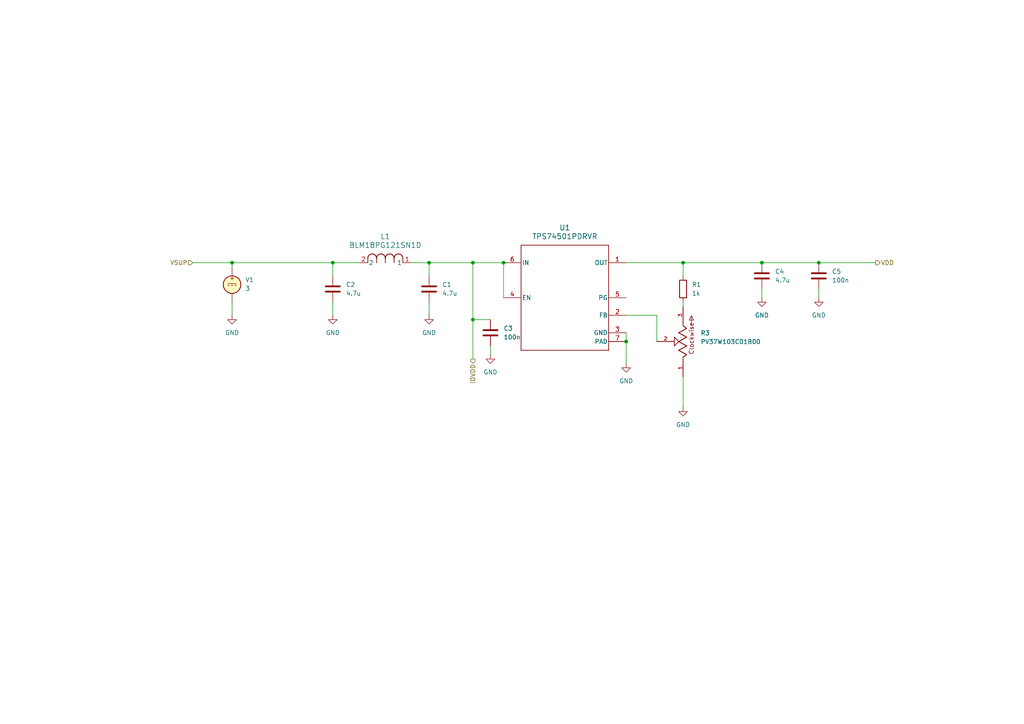
<source format=kicad_sch>
(kicad_sch (version 20231120) (generator "eeschema") (generator_version "8.0")
  (paper "A4")
  (lib_symbols
    (symbol "2024-09-16_06-39-17:BLM18PG121SN1D" (pin_names (offset 0.254))
      (property "Reference" "L" (at 6.985 5.08 0))
      (property "Value" "BLM18PG121SN1D" (at 6.985 -2.54 0))
      (symbol "BLM18PG121SN1D_1_1"
        (polyline (pts (xy 2.54 0) (xy 2.54 1.27)) (stroke (width 0.2032)))
        (polyline (pts (xy 5.08 0) (xy 5.08 1.27)) (stroke (width 0.2032)))
        (polyline (pts (xy 7.62 0) (xy 7.62 1.27)) (stroke (width 0.2032)))
        (polyline (pts (xy 10.16 0) (xy 10.16 1.27)) (stroke (width 0.2032)))
        (polyline (pts (xy 12.7 0) (xy 12.7 1.27)) (stroke (width 0.2032)))
        (arc (start 5.08 1.27) (mid 3.81 2.5344) (end 2.54 1.27) (stroke (width 0.254)))
        (arc (start 7.62 1.27) (mid 6.35 2.5344) (end 5.08 1.27) (stroke (width 0.254)))
        (arc (start 10.16 1.27) (mid 8.89 2.5344) (end 7.62 1.27) (stroke (width 0.254)))
        (arc (start 12.7 1.27) (mid 11.43 2.5344) (end 10.16 1.27) (stroke (width 0.254)))
        (pin unspecified line (at 15.24 0 180) (length 2.54) (name "1") (number "1"))
        (pin unspecified line (at 0 0 0) (length 2.54) (name "2") (number "2"))
      )
      (symbol "BLM18PG121SN1D_1_2"
        (arc (start -1.27 5.08) (mid -2.5344 3.81) (end -1.27 2.54) (stroke (width 0.254)))
        (arc (start -1.27 7.62) (mid -2.5344 6.35) (end -1.27 5.08) (stroke (width 0.254)))
        (arc (start -1.27 10.16) (mid -2.5344 8.89) (end -1.27 7.62) (stroke (width 0.254)))
        (arc (start -1.27 12.7) (mid -2.5344 11.43) (end -1.27 10.16) (stroke (width 0.254)))
        (polyline (pts (xy 0 2.54) (xy -1.27 2.54)) (stroke (width 0.2032)))
        (polyline (pts (xy 0 5.08) (xy -1.27 5.08)) (stroke (width 0.2032)))
        (polyline (pts (xy 0 7.62) (xy -1.27 7.62)) (stroke (width 0.2032)))
        (polyline (pts (xy 0 10.16) (xy -1.27 10.16)) (stroke (width 0.2032)))
        (polyline (pts (xy 0 12.7) (xy -1.27 12.7)) (stroke (width 0.2032)))
        (pin unspecified line (at 0 15.24 270) (length 2.54) (name "1") (number "1"))
        (pin unspecified line (at 0 0 90) (length 2.54) (name "2") (number "2"))
      )
    )
    (symbol "Device:C" (pin_numbers hide) (pin_names (offset 0.254))
      (property "Reference" "C" (at 0.635 2.54 0))
      (property "Value" "C" (at 0.635 -2.54 0))
      (symbol "C_0_1"
        (polyline (pts (xy -2.032 -0.762) (xy 2.032 -0.762)) (stroke (width 0.508)))
        (polyline (pts (xy -2.032 0.762) (xy 2.032 0.762)) (stroke (width 0.508)))
      )
      (symbol "C_1_1"
        (pin passive line (at 0 3.81 270) (length 2.794) (name "~") (number "1"))
        (pin passive line (at 0 -3.81 90) (length 2.794) (name "~") (number "2"))
      )
    )
    (symbol "Device:R" (pin_numbers hide) (pin_names (offset 0))
      (property "Reference" "R" (at 2.032 0 90))
      (property "Value" "R" (at 0 0 90))
      (symbol "R_0_1"
        (rectangle (start -1.016 -2.54) (end 1.016 2.54) (stroke (width 0.254)))
      )
      (symbol "R_1_1"
        (pin passive line (at 0 3.81 270) (length 1.27) (name "~") (number "1"))
        (pin passive line (at 0 -3.81 90) (length 1.27) (name "~") (number "2"))
      )
    )
    (symbol "Simulation_SPICE:VDC" (pin_numbers hide) (pin_names (offset 0.0254))
      (property "Reference" "V" (at 2.54 2.54 0))
      (property "Value" "1" (at 2.54 0 0))
      (symbol "VDC_0_0"
        (polyline (pts (xy -1.27 0.254) (xy 1.27 0.254)))
        (polyline (pts (xy -0.762 -0.254) (xy -1.27 -0.254)))
        (polyline (pts (xy 0.254 -0.254) (xy -0.254 -0.254)))
        (polyline (pts (xy 1.27 -0.254) (xy 0.762 -0.254)))
        (text "+" (at 0 1.905 0) (effects (font (size 1.27 1.27))))
      )
      (symbol "VDC_0_1"
        (circle (center 0 0) (radius 2.54) (stroke (width 0.254)) (fill (type background)))
      )
      (symbol "VDC_1_1"
        (pin passive line (at 0 5.08 270) (length 2.54) (name "~") (number "1"))
        (pin passive line (at 0 -5.08 90) (length 2.54) (name "~") (number "2"))
      )
    )
    (symbol "TPS745_LDO:TPS74501PDRVR" (pin_names (offset 0.254))
      (property "Reference" "U" (at 0 2.54 0))
      (property "Value" "TPS74501PDRVR" (at 0 0 0))
      (symbol "TPS74501PDRVR_0_1"
        (polyline (pts (xy -12.7 -15.24) (xy 12.7 -15.24)) (stroke (width 0.2032)))
        (polyline (pts (xy -12.7 15.24) (xy -12.7 -15.24)) (stroke (width 0.2032)))
        (polyline (pts (xy 12.7 -15.24) (xy 12.7 15.24)) (stroke (width 0.2032)))
        (polyline (pts (xy 12.7 15.24) (xy -12.7 15.24)) (stroke (width 0.2032)))
        (pin power_in line (at 17.78 10.16 180) (length 5.08) (name "OUT") (number "1"))
        (pin input line (at 17.78 -5.08 180) (length 5.08) (name "FB") (number "2"))
        (pin power_in line (at 17.78 -10.16 180) (length 5.08) (name "GND") (number "3"))
        (pin input line (at -17.78 0 0) (length 5.08) (name "EN") (number "4"))
        (pin open_collector line (at 17.78 0 180) (length 5.08) (name "PG") (number "5"))
        (pin power_in line (at -17.78 10.16 0) (length 5.08) (name "IN") (number "6"))
        (pin power_in line (at 17.78 -12.7 180) (length 5.08) (name "PAD") (number "7"))
      )
    )
    (symbol "pot_10turn:PV37W103C01B00" (pin_names (offset 1.016))
      (property "Reference" "R" (at -10.6887 7.6348 0))
      (property "Value" "PV37W103C01B00" (at -10.6887 -5.5953 0))
      (symbol "PV37W103C01B00_0_0"
        (polyline (pts (xy -4.572 0) (xy -5.08 0)) (stroke (width 0.1524)))
        (polyline (pts (xy -3.81 -1.016) (xy -4.572 0)) (stroke (width 0.254)))
        (polyline (pts (xy -2.54 1.27) (xy -3.81 -1.016)) (stroke (width 0.254)))
        (polyline (pts (xy -1.27 -1.016) (xy -2.54 1.27)) (stroke (width 0.254)))
        (polyline (pts (xy -1.27 2.54) (xy 1.27 2.54)) (stroke (width 0.2032)))
        (polyline (pts (xy 0 1.27) (xy -1.27 -1.016)) (stroke (width 0.254)))
        (polyline (pts (xy 0 1.27) (xy -1.27 2.54)) (stroke (width 0.2032)))
        (polyline (pts (xy 1.27 -1.016) (xy 0 1.27)) (stroke (width 0.254)))
        (polyline (pts (xy 1.27 2.54) (xy 0 1.27)) (stroke (width 0.2032)))
        (polyline (pts (xy 2.54 1.27) (xy 1.27 -1.016)) (stroke (width 0.254)))
        (polyline (pts (xy 3.81 -1.016) (xy 2.54 1.27)) (stroke (width 0.254)))
        (polyline (pts (xy 4.572 0) (xy 3.81 -1.016)) (stroke (width 0.254)))
        (polyline (pts (xy 4.953 -2.413) (xy 7.493 -2.413)) (stroke (width 0.1524)))
        (polyline (pts (xy 5.08 0) (xy 4.572 0)) (stroke (width 0.1524)))
        (polyline (pts (xy 6.223 -3.048) (xy 6.223 -1.778)) (stroke (width 0.1524)))
        (polyline (pts (xy 6.223 -1.778) (xy 7.493 -2.413)) (stroke (width 0.1524)))
        (polyline (pts (xy 7.493 -2.413) (xy 6.223 -3.048)) (stroke (width 0.1524)))
        (text "Clockwise" (at -3.81 -3.175 0) (effects (font (size 1.27 1.27)) (justify left bottom)))
        (pin passive line (at -10.16 0 0) (length 5.08) (name "~") (number "1"))
        (pin passive line (at 0 7.62 270) (length 5.08) (name "~") (number "2"))
        (pin passive line (at 10.16 0 180) (length 5.08) (name "~") (number "3"))
      )
    )
    (symbol "power:GND" (power) (pin_numbers hide) (pin_names (offset 0) hide)
      (property "Value" "GND" (at 0 -3.81 0))
      (symbol "GND_0_1"
        (polyline (pts (xy 0 0) (xy 0 -1.27) (xy 1.27 -1.27) (xy 0 -2.54) (xy -1.27 -1.27) (xy 0 -1.27)))
      )
      (symbol "GND_1_1"
        (pin power_in line (at 0 0 270) (length 0) (name "~") (number "1"))
      )
    )
  )
  (junction (at 181.61 99.06))
  (junction (at 124.46 76.2))
  (junction (at 220.98 76.2))
  (junction (at 237.49 76.2))
  (junction (at 146.05 76.2))
  (junction (at 137.16 92.71))
  (junction (at 198.12 76.2))
  (junction (at 96.52 76.2))
  (junction (at 137.16 76.2))
  (junction (at 67.31 76.2))
  (wire (pts (xy 137.16 92.71) (xy 142.24 92.71)))
  (wire (pts (xy 142.24 100.33) (xy 142.24 102.87)))
  (wire (pts (xy 67.31 76.2) (xy 96.52 76.2)))
  (wire (pts (xy 198.12 76.2) (xy 198.12 80.01)))
  (wire (pts (xy 67.31 87.63) (xy 67.31 91.44)))
  (wire (pts (xy 119.38 76.2) (xy 124.46 76.2)))
  (wire (pts (xy 67.31 77.47) (xy 67.31 76.2)))
  (wire (pts (xy 146.05 76.2) (xy 146.05 86.36)))
  (wire (pts (xy 198.12 76.2) (xy 220.98 76.2)))
  (wire (pts (xy 190.5 91.44) (xy 181.61 91.44)))
  (wire (pts (xy 137.16 76.2) (xy 146.05 76.2)))
  (wire (pts (xy 124.46 76.2) (xy 137.16 76.2)))
  (wire (pts (xy 96.52 76.2) (xy 104.14 76.2)))
  (wire (pts (xy 237.49 83.82) (xy 237.49 86.36)))
  (wire (pts (xy 124.46 76.2) (xy 124.46 80.01)))
  (wire (pts (xy 55.88 76.2) (xy 67.31 76.2)))
  (wire (pts (xy 190.5 99.06) (xy 190.5 91.44)))
  (wire (pts (xy 181.61 96.52) (xy 181.61 99.06)))
  (wire (pts (xy 220.98 83.82) (xy 220.98 86.36)))
  (wire (pts (xy 181.61 76.2) (xy 198.12 76.2)))
  (wire (pts (xy 124.46 87.63) (xy 124.46 91.44)))
  (wire (pts (xy 137.16 76.2) (xy 137.16 92.71)))
  (wire (pts (xy 198.12 109.22) (xy 198.12 118.11)))
  (wire (pts (xy 96.52 87.63) (xy 96.52 91.44)))
  (wire (pts (xy 237.49 76.2) (xy 254 76.2)))
  (wire (pts (xy 198.12 87.63) (xy 198.12 88.9)))
  (wire (pts (xy 96.52 76.2) (xy 96.52 80.01)))
  (wire (pts (xy 220.98 76.2) (xy 237.49 76.2)))
  (wire (pts (xy 137.16 92.71) (xy 137.16 104.14)))
  (wire (pts (xy 181.61 99.06) (xy 181.61 105.41)))
  (hierarchical_label "VSUP" (shape input) (at 55.88 76.2 180))
  (hierarchical_label "VDD" (shape output) (at 254 76.2 0))
  (hierarchical_label "IOVDD" (shape output) (at 137.16 104.14 270))
  (symbol (lib_id "pot_10turn:PV37W103C01B00") (at 198.12 99.06 90) (unit 1)
    (property "Reference" "R3" (at 203.2 96.5834 90) (effects (justify right)))
    (property "Value" "PV37W103C01B00" (at 203.2 99.1234 90) (effects (justify right)))
    (property "Footprint" "PV37W103C01B00:TRIM_PV37W103C01B00" (effects (hide yes)))
    (property "PARTREV" "08/19" (effects (hide yes)))
    (property "STANDARD" "Manufacturer recommendations" (effects (hide yes)))
    (property "MAXIMUM_PACKAGE_HEIGHT" "7.75 mm" (effects (hide yes)))
    (property "MANUFACTURER" "Bourns" (effects (hide yes)))
    (property "Sim.Device" "R" (effects (hide yes)))
    (property "Sim.Type" "POT" (effects (hide yes)))
    (property "Sim.Pins" "1=r0 2=wiper 3=r1" (effects (hide yes)))
    (property "Sim.Params" "r=10k pos=0.5" (effects (hide yes)))
  )
  (symbol (lib_id "Device:C") (at 124.46 83.82 0) (unit 1)
    (property "Reference" "C1" (at 128.27 82.5499 0) (effects (justify left)))
    (property "Value" "4.7u" (at 128.27 85.0899 0) (effects (justify left)))
    (property "Footprint" "Capacitor_SMD:C_0603_1608Metric" (effects (hide yes)))
    (property "Description" "Unpolarized capacitor" (effects (hide yes)))
  )
  (symbol (lib_id "Device:C") (at 96.52 83.82 0) (unit 1)
    (property "Reference" "C2" (at 100.33 82.5499 0) (effects (justify left)))
    (property "Value" "4.7u" (at 100.33 85.0899 0) (effects (justify left)))
    (property "Footprint" "Capacitor_SMD:C_0603_1608Metric" (effects (hide yes)))
    (property "Description" "Unpolarized capacitor" (effects (hide yes)))
  )
  (symbol (lib_id "Device:C") (at 142.24 96.52 0) (unit 1)
    (property "Reference" "C3" (at 146.05 95.2499 0) (effects (justify left)))
    (property "Value" "100n" (at 146.05 97.7899 0) (effects (justify left)))
    (property "Footprint" "Capacitor_SMD:C_0402_1005Metric" (effects (hide yes)))
    (property "Description" "Unpolarized capacitor" (effects (hide yes)))
  )
  (symbol (lib_id "power:GND") (at 124.46 91.44 0) (unit 1)
    (property "Reference" "#PWR03" (effects (hide yes)))
    (property "Value" "GND" (at 124.46 96.52 0))
    (property "Description" "Power symbol creates a global label with name \"GND\" , ground" (effects (hide yes)))
  )
  (symbol (lib_id "2024-09-16_06-39-17:BLM18PG121SN1D") (at 104.14 76.2 0) (unit 1)
    (property "Reference" "L1" (at 111.76 68.58 0) (effects (font (size 1.524 1.524))))
    (property "Value" "BLM18PG121SN1D" (at 111.76 71.12 0) (effects (font (size 1.524 1.524))))
    (property "Footprint" "IND_BLM18_0603_MUR" (effects (hide yes)))
    (property "Datasheet" "BLM18PG121SN1D" (effects (hide yes)))
    (property "Sim.Library" "/home/maxwell/github-repos/sp-24-EE628/6_Test/2_PCB/test_board_1/TestBoardEDA/models/BLM18PG121SN1.mod" (effects (hide yes)))
    (property "Sim.Name" "BLM18PG121SN1" (effects (hide yes)))
    (property "Sim.Device" "SUBCKT" (effects (hide yes)))
    (property "Sim.Pins" "1=port1 2=port2" (effects (hide yes)))
  )
  (symbol (lib_id "power:GND") (at 67.31 91.44 0) (unit 1)
    (property "Reference" "#PWR01" (effects (hide yes)))
    (property "Value" "GND" (at 67.31 96.52 0))
    (property "Description" "Power symbol creates a global label with name \"GND\" , ground" (effects (hide yes)))
  )
  (symbol (lib_id "Device:R") (at 198.12 83.82 0) (unit 1)
    (property "Reference" "R1" (at 200.66 82.5499 0) (effects (justify left)))
    (property "Value" "1k" (at 200.66 85.0899 0) (effects (justify left)))
    (property "Footprint" "Resistor_SMD:R_0402_1005Metric" (effects (hide yes)))
    (property "Description" "Resistor" (effects (hide yes)))
  )
  (symbol (lib_id "power:GND") (at 142.24 102.87 0) (unit 1)
    (property "Reference" "#PWR04" (effects (hide yes)))
    (property "Value" "GND" (at 142.24 107.95 0))
    (property "Description" "Power symbol creates a global label with name \"GND\" , ground" (effects (hide yes)))
  )
  (symbol (lib_id "Device:C") (at 237.49 80.01 0) (unit 1)
    (property "Reference" "C5" (at 241.3 78.7399 0) (effects (justify left)))
    (property "Value" "100n" (at 241.3 81.2799 0) (effects (justify left)))
    (property "Footprint" "Capacitor_SMD:C_0402_1005Metric" (effects (hide yes)))
    (property "Description" "Unpolarized capacitor" (effects (hide yes)))
  )
  (symbol (lib_id "power:GND") (at 96.52 91.44 0) (unit 1)
    (property "Reference" "#PWR02" (effects (hide yes)))
    (property "Value" "GND" (at 96.52 96.52 0))
    (property "Description" "Power symbol creates a global label with name \"GND\" , ground" (effects (hide yes)))
  )
  (symbol (lib_id "Simulation_SPICE:VDC") (at 67.31 82.55 0) (unit 1)
    (property "Reference" "V1" (at 71.12 81.1501 0) (effects (justify left)))
    (property "Value" "3" (at 71.12 83.6901 0) (effects (justify left)))
    (property "Datasheet" "https://ngspice.sourceforge.io/docs/ngspice-html-manual/manual.xhtml#sec_Independent_Sources_for" (effects (hide yes)))
    (property "Description" "Voltage source, DC" (effects (hide yes)))
    (property "Sim.Pins" "1=+ 2=-" (effects (hide yes)))
    (property "Sim.Type" "DC" (effects (hide yes)))
    (property "Sim.Device" "V" (effects (hide yes)))
  )
  (symbol (lib_id "power:GND") (at 181.61 105.41 0) (unit 1)
    (property "Reference" "#PWR05" (effects (hide yes)))
    (property "Value" "GND" (at 181.61 110.49 0))
    (property "Description" "Power symbol creates a global label with name \"GND\" , ground" (effects (hide yes)))
  )
  (symbol (lib_id "TPS745_LDO:TPS74501PDRVR") (at 163.83 86.36 0) (unit 1)
    (property "Reference" "U1" (at 163.83 66.04 0) (effects (font (size 1.524 1.524))))
    (property "Value" "TPS74501PDRVR" (at 163.83 68.58 0) (effects (font (size 1.524 1.524))))
    (property "Footprint" "DRV0006A" (effects (hide yes)))
    (property "Datasheet" "TPS74501PDRVR" (effects (hide yes)))
    (property "Sim.Library" "/home/maxwell/github-repos/sp-24-EE628/6_Test/2_PCB/test_board_1/TestBoardEDA/models/TPS74501P_TRANS.lib" (effects (hide yes)))
    (property "Sim.Name" "TPS74501P_TRANS" (effects (hide yes)))
    (property "Sim.Device" "SUBCKT" (effects (hide yes)))
    (property "Sim.Pins" "1=VOUT 2=FB 3=GND 4=EN 5=PG 6=VIN" (effects (hide yes)))
  )
  (symbol (lib_id "power:GND") (at 198.12 118.11 0) (unit 1)
    (property "Reference" "#PWR06" (effects (hide yes)))
    (property "Value" "GND" (at 198.12 123.19 0))
    (property "Description" "Power symbol creates a global label with name \"GND\" , ground" (effects (hide yes)))
  )
  (symbol (lib_id "Device:C") (at 220.98 80.01 0) (unit 1)
    (property "Reference" "C4" (at 224.79 78.7399 0) (effects (justify left)))
    (property "Value" "4.7u" (at 224.79 81.2799 0) (effects (justify left)))
    (property "Footprint" "Capacitor_SMD:C_0603_1608Metric" (effects (hide yes)))
    (property "Description" "Unpolarized capacitor" (effects (hide yes)))
  )
  (symbol (lib_id "power:GND") (at 220.98 86.36 0) (unit 1)
    (property "Reference" "#PWR07" (effects (hide yes)))
    (property "Value" "GND" (at 220.98 91.44 0))
    (property "Description" "Power symbol creates a global label with name \"GND\" , ground" (effects (hide yes)))
  )
  (symbol (lib_id "power:GND") (at 237.49 86.36 0) (unit 1)
    (property "Reference" "#PWR08" (effects (hide yes)))
    (property "Value" "GND" (at 237.49 91.44 0))
    (property "Description" "Power symbol creates a global label with name \"GND\" , ground" (effects (hide yes)))
  )
)
</source>
